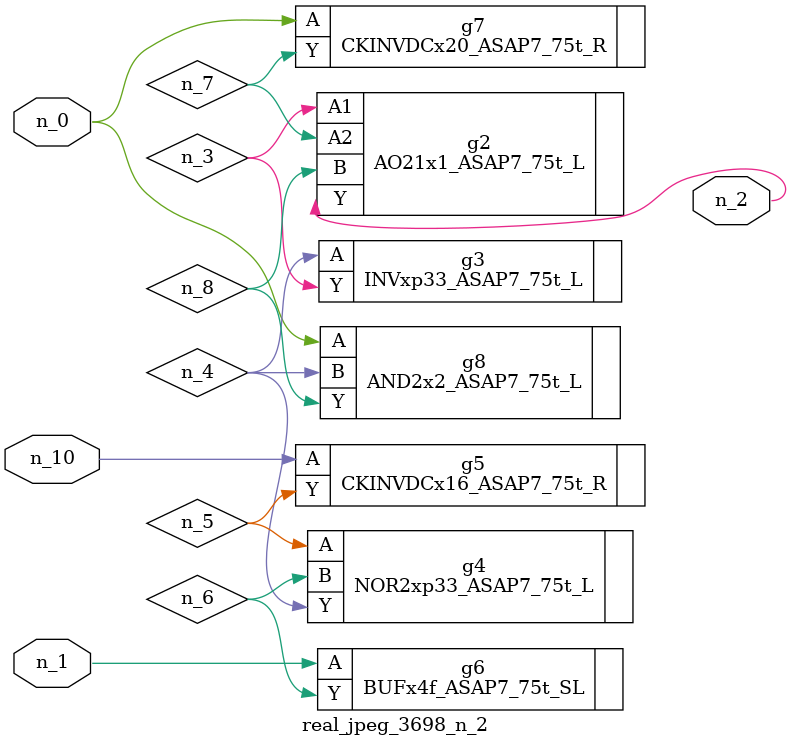
<source format=v>
module real_jpeg_3698_n_2 (n_1, n_10, n_0, n_2);

input n_1;
input n_10;
input n_0;

output n_2;

wire n_5;
wire n_4;
wire n_8;
wire n_6;
wire n_7;
wire n_3;

CKINVDCx20_ASAP7_75t_R g7 ( 
.A(n_0),
.Y(n_7)
);

AND2x2_ASAP7_75t_L g8 ( 
.A(n_0),
.B(n_4),
.Y(n_8)
);

BUFx4f_ASAP7_75t_SL g6 ( 
.A(n_1),
.Y(n_6)
);

AO21x1_ASAP7_75t_L g2 ( 
.A1(n_3),
.A2(n_7),
.B(n_8),
.Y(n_2)
);

INVxp33_ASAP7_75t_L g3 ( 
.A(n_4),
.Y(n_3)
);

NOR2xp33_ASAP7_75t_L g4 ( 
.A(n_5),
.B(n_6),
.Y(n_4)
);

CKINVDCx16_ASAP7_75t_R g5 ( 
.A(n_10),
.Y(n_5)
);


endmodule
</source>
